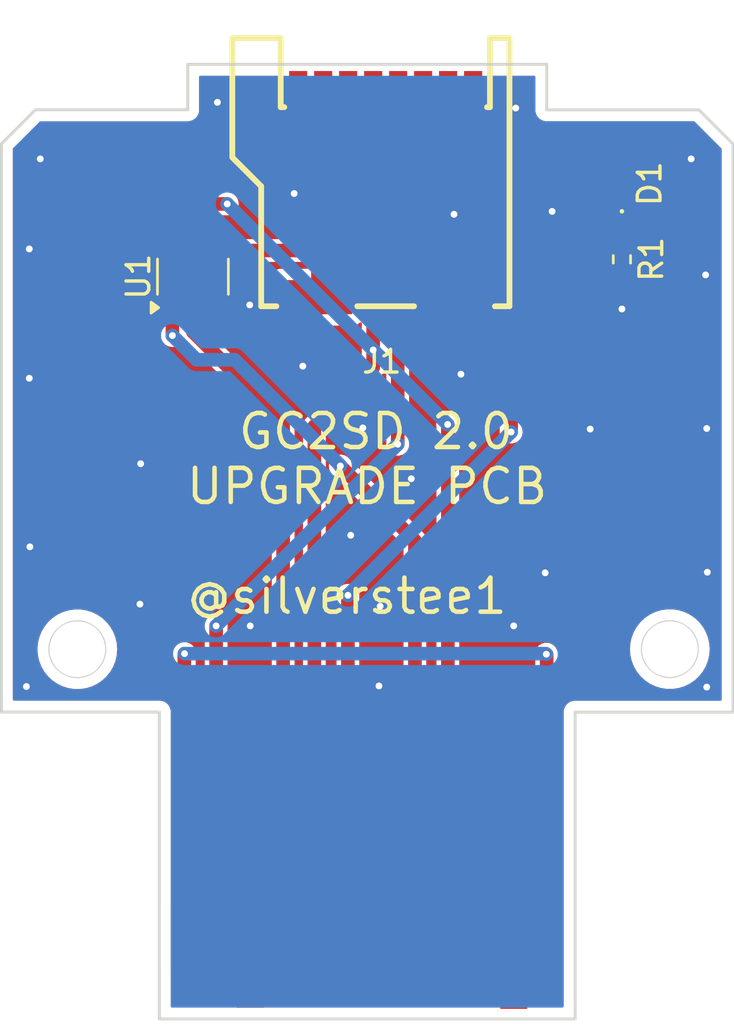
<source format=kicad_pcb>
(kicad_pcb (version 20240108) (generator "pcbnew") (generator_version "8.0")
  (layers (0 "F.Cu" signal) (31 "B.Cu" signal) (34 "B.Paste" user) (35 "F.Paste" user) (36 "B.SilkS" user "B.Silkscreen") (37 "F.SilkS" user "F.Silkscreen") (38 "B.Mask" user) (39 "F.Mask" user) (44 "Edge.Cuts" user))
  (net 0 "")
  (net 1 "/+3v3")
  (net 2 "/CLK")
  (net 3 "/DI")
  (net 4 "GND")
  (net 5 "Net-(D1-K)")
  (net 6 "/CS")
  (net 7 "/DO")
  (net 9 "Net-(J1-CMD)")
  (net 11 "Net-(J2-EXTIN)")
  (footprint "GC_MEMPADS:GC_MEMCARD" (layer "F.Cu") (at 133.994152 121.175916)
    (property "Reference" "J2" (hide yes))
    (property "Value" "~" (hide yes))
    (pad "1" smd rect (at 17.05 -7.58) (size 1.187403 3.771756) (layers "F.Cu" "F.Mask") (net 11 "Net-(J2-EXTIN)"))
    (pad "2" smd rect (at 15.6 -2.78) (size 1.187403 4.679771) (layers "F.Cu" "F.Mask") (net 4 "GND"))
    (pad "3" smd rect (at 14.1 -7.38) (size 1.187403 4.19084) (layers "F.Cu" "F.Mask"))
    (pad "4" smd rect (at 12.7 -3.03) (size 1.187403 4.19084) (layers "F.Cu" "F.Mask") (net 1 "/+3v3"))
    (pad "5" smd rect (at 11.25 -7.38) (size 1.187403 4.19084) (layers "F.Cu" "F.Mask") (net 7 "/DO"))
    (pad "6" smd rect (at 9.8 -3.03) (size 1.187403 4.19084) (layers "F.Cu" "F.Mask"))
    (pad "7" smd rect (at 8.3 -7.38) (size 1.187403 4.19084) (layers "F.Cu" "F.Mask") (net 3 "/DI"))
    (pad "8" smd rect (at 6.9 -3.03) (size 1.187403 4.19084) (layers "F.Cu" "F.Mask") (net 1 "/+3v3"))
    (pad "9" smd rect (at 5.45 -7.38) (size 1.187403 4.19084) (layers "F.Cu" "F.Mask") (net 6 "/CS"))
    (pad "10" smd rect (at 4 -2.83) (size 1.187403 4.679771) (layers "F.Cu" "F.Mask") (net 4 "GND"))
    (pad "11" smd rect (at 2.5 -7.38) (size 1.187403 4.19084) (layers "F.Cu" "F.Mask") (net 2 "/CLK"))
    (pad "12" smd rect (at 1.1 -3.58) (size 1.187403 3.143131) (layers "F.Cu" "F.Mask") (net 11 "Net-(J2-EXTIN)"))
  )
  (footprint "LED_SMD:LED_0402_1005Metric_Pad0.77x0.64mm_HandSolder" (layer "F.Cu") (at 154.3558 84.3788 90)
    (property "Reference" "D1" (at -0.0508 1.2192 90) (layer "F.SilkS"))
    (property "Value" "LED")
    (fp_circle (center -1.265 0) (end -1.215 0) (stroke (width 0.1)) (fill none) (layer "F.SilkS"))
    (pad "1" smd roundrect (at -0.5725 0 90) (size 0.765 0.64) (layers "F.Cu" "F.Paste" "F.Mask") (net 5 "Net-(D1-K)"))
    (pad "2" smd roundrect (at 0.5725 0 90) (size 0.765 0.64) (layers "F.Cu" "F.Paste" "F.Mask") (net 3 "/DI"))
  )
  (footprint "Resistor_SMD:R_0402_1005Metric_Pad0.72x0.64mm_HandSolder" (layer "F.Cu") (at 154.3558 87.757 -90)
    (property "Reference" "R1" (at 0 -1.2954 90) (layer "F.SilkS"))
    (property "Value" "470R")
    (fp_line (start -0.167621 0.38) (end 0.167621 0.38) (stroke (width 0.12)) (layer "F.SilkS"))
    (fp_line (start -0.167621 -0.38) (end 0.167621 -0.38) (stroke (width 0.12)) (layer "F.SilkS"))
    (pad "1" smd roundrect (at -0.5975 0 270) (size 0.715 0.64) (layers "F.Cu" "F.Paste" "F.Mask") (net 5 "Net-(D1-K)"))
    (pad "2" smd roundrect (at 0.5975 0 270) (size 0.715 0.64) (layers "F.Cu" "F.Paste" "F.Mask") (net 4 "GND"))
  )
  (footprint "Package_TO_SOT_SMD:SC-74A-5_1.55x2.9mm_P0.95mm" (layer "F.Cu") (at 135.4723 88.519 90)
    (property "Reference" "U1" (at 0 -2.4 90) (layer "F.SilkS"))
    (property "Value" "74AHC1G32")
    (fp_line (start 0 -1.56) (end 0.775 -1.56) (stroke (width 0.12)) (layer "F.SilkS"))
    (fp_line (start 0 -1.56) (end -0.775 -1.56) (stroke (width 0.12)) (layer "F.SilkS"))
    (fp_line (start 0 1.56) (end 0.775 1.56) (stroke (width 0.12)) (layer "F.SilkS"))
    (fp_line (start 0 1.56) (end -0.775 1.56) (stroke (width 0.12)) (layer "F.SilkS"))
    (fp_poly (pts (xy -1.3625 -1.51) (xy -1.6025 -1.84) (xy -1.1225 -1.84) (xy -1.3625 -1.51)) (stroke (width 0.12)) (fill solid) (layer "F.SilkS"))
    (pad "1" smd roundrect (at -1.15 -0.95 90) (size 1.6 0.6) (layers "F.Cu" "F.Paste" "F.Mask") (net 7 "/DO"))
    (pad "2" smd roundrect (at -1.15 0 90) (size 1.6 0.6) (layers "F.Cu" "F.Paste" "F.Mask") (net 6 "/CS"))
    (pad "3" smd roundrect (at -1.15 0.95 90) (size 1.6 0.6) (layers "F.Cu" "F.Paste" "F.Mask") (net 4 "GND"))
    (pad "4" smd roundrect (at 1.15 0.95 90) (size 1.6 0.6) (layers "F.Cu" "F.Paste" "F.Mask") (net 9 "Net-(J1-CMD)"))
    (pad "5" smd roundrect (at 1.15 -0.95 90) (size 1.6 0.6) (layers "F.Cu" "F.Paste" "F.Mask") (net 1 "/+3v3"))
  )
  (footprint "Footprint:TF-SMD_TF-004" (layer "F.Cu") (at 143.9564 84.8212 180)
    (property "Reference" "J1" (at 0.167 -7.4396 0) (layer "F.SilkS"))
    (property "Value" "TF-004")
    (fp_line (start 6.75 6.8) (end 6.75 1.6) (stroke (width 0.254)) (layer "F.SilkS"))
    (fp_line (start 6.75 6.8) (end 4.62 6.8) (stroke (width 0.254)) (layer "F.SilkS"))
    (fp_line (start 5.479 0.279) (end 6.75 1.55) (stroke (width 0.254)) (layer "F.SilkS"))
    (fp_line (start 5.479 -5) (end 5.479 0.279) (stroke (width 0.254)) (layer "F.SilkS"))
    (fp_line (start 4.811 -5) (end 5.479 -5) (stroke (width 0.254)) (layer "F.SilkS"))
    (fp_line (start 4.62 6.8) (end 4.62 3.76) (stroke (width 0.254)) (layer "F.SilkS"))
    (fp_line (start 4.62 3.76) (end 4.4625 3.76) (stroke (width 0.254)) (layer "F.SilkS"))
    (fp_line (start -1.249 -5) (end 1.249 -5) (stroke (width 0.254)) (layer "F.SilkS"))
    (fp_line (start -4.4625 3.76) (end -4.59 3.76) (stroke (width 0.254)) (layer "F.SilkS"))
    (fp_line (start -4.59 3.76) (end -4.59 6.79) (stroke (width 0.254)) (layer "F.SilkS"))
    (fp_line (start -5.45 6.8) (end -4.59 6.8) (stroke (width 0.254)) (layer "F.SilkS"))
    (fp_line (start -5.45 -5) (end -4.811 -5) (stroke (width 0.254)) (layer "F.SilkS"))
    (fp_line (start -5.45 -5) (end -5.45 6.8) (stroke (width 0.254)) (layer "F.SilkS"))
    (pad "1" smd rect (at 3.85 4.6 180) (size 0.8 1.5) (layers "F.Cu" "F.Paste" "F.Mask"))
    (pad "2" smd rect (at 2.75 4.6 180) (size 0.8 1.5) (layers "F.Cu" "F.Paste" "F.Mask") (net 4 "GND"))
    (pad "3" smd rect (at 1.65 4.6 180) (size 0.8 1.5) (layers "F.Cu" "F.Paste" "F.Mask") (net 9 "Net-(J1-CMD)"))
    (pad "4" smd rect (at 0.55 4.6 180) (size 0.8 1.5) (layers "F.Cu" "F.Paste" "F.Mask") (net 1 "/+3v3"))
    (pad "5" smd rect (at -0.55 4.6 180) (size 0.8 1.5) (layers "F.Cu" "F.Paste" "F.Mask") (net 2 "/CLK"))
    (pad "6" smd rect (at -1.65 4.6 180) (size 0.8 1.5) (layers "F.Cu" "F.Paste" "F.Mask") (net 4 "GND"))
    (pad "7" smd rect (at -2.75 4.6 180) (size 0.8 1.5) (layers "F.Cu" "F.Paste" "F.Mask") (net 3 "/DI"))
    (pad "8" smd rect (at -3.85 4.6 180) (size 0.8 1.5) (layers "F.Cu" "F.Paste" "F.Mask"))
    (pad "9" smd rect (at 3.03 -4.6 90) (size 1.5 3.1) (layers "F.Cu" "F.Paste" "F.Mask") (net 4 "GND"))
    (pad "10" smd rect (at -3.03 -4.6 90) (size 1.5 3.1) (layers "F.Cu" "F.Paste" "F.Mask") (net 4 "GND"))
  )
  (gr_line (start 133.994152 107.675916) (end 127.044152 107.675916) (stroke (width 0.127)) (layer "Edge.Cuts"))
  (gr_line (start 157.746 81.178954) (end 159.246 82.678954) (stroke (width 0.127)) (layer "Edge.Cuts"))
  (gr_line (start 135.244152 79.175916) (end 151.046 79.175916) (stroke (width 0.127)) (layer "Edge.Cuts"))
  (gr_line (start 157.746 81.178954) (end 151.046 81.178954) (stroke (width 0.127)) (layer "Edge.Cuts"))
  (gr_line (start 127.044152 107.675916) (end 127.044152 82.678954) (stroke (width 0.127)) (layer "Edge.Cuts"))
  (gr_line (start 151.046 81.178954) (end 151.046 79.178954) (stroke (width 0.127)) (layer "Edge.Cuts"))
  (gr_line (start 128.544152 81.175916) (end 135.244152 81.175916) (stroke (width 0.127)) (layer "Edge.Cuts"))
  (gr_line (start 133.994152 107.675916) (end 133.994152 121.175916) (stroke (width 0.127)) (layer "Edge.Cuts"))
  (gr_line (start 133.995931 121.179091) (end 152.295931 121.179091) (stroke (width 0.127)) (layer "Edge.Cuts"))
  (gr_line (start 152.296 121.178954) (end 152.296 107.678954) (stroke (width 0.127)) (layer "Edge.Cuts"))
  (gr_line (start 127.044152 82.675916) (end 128.544152 81.175916) (stroke (width 0.127)) (layer "Edge.Cuts"))
  (gr_line (start 135.244152 81.175916) (end 135.244152 79.175916) (stroke (width 0.127)) (layer "Edge.Cuts"))
  (gr_line (start 152.296 107.678954) (end 159.246 107.678954) (stroke (width 0.127)) (layer "Edge.Cuts"))
  (gr_circle (center 130.384351 104.912738) (end 131.634351 104.912738) (stroke (width 0.05)) (fill none) (layer "Edge.Cuts"))
  (gr_circle (center 156.464 104.907069) (end 157.714 104.907069) (stroke (width 0.05)) (fill none) (layer "Edge.Cuts"))
  (gr_line (start 159.246 107.678954) (end 159.246 82.678954) (stroke (width 0.127)) (layer "Edge.Cuts"))
  (gr_text "  GC2SD 2.0\nUPGRADE PCB\n\n@silverstee1" (at 135.0772 103.4542 0) (layer "F.SilkS") (effects (font (size 1.5 1.5) (thickness 0.2)) (justify left bottom)))
  (segment (start 146.694152 95.030552) (end 146.685 95.0214) (width 0.2) (layer "F.Cu") (net 1))
  (segment (start 140.8176 95.0976) (end 143.4068 92.5084) (width 0.6) (layer "F.Cu") (net 1))
  (segment (start 146.694152 118.145916) (end 146.694152 95.030552) (width 0.6) (layer "F.Cu") (net 1))
  (segment (start 143.4068 91.7448) (end 143.4068 80.2216) (width 0.6) (layer "F.Cu") (net 1))
  (segment (start 143.4064 80.2212) (end 143.4064 80.7212) (width 0.6) (layer "F.Cu") (net 1))
  (segment (start 134.5223 85.8735) (end 134.5223 87.369) (width 0.6) (layer "F.Cu") (net 1))
  (segment (start 143.4068 92.5084) (end 143.4068 91.7448) (width 0.6) (layer "F.Cu") (net 1))
  (segment (start 140.8176 118.069364) (end 140.8176 95.0976) (width 0.6) (layer "F.Cu") (net 1))
  (segment (start 135.0772 85.3186) (end 134.5223 85.8735) (width 0.6) (layer "F.Cu") (net 1))
  (segment (start 140.894152 118.145916) (end 140.8176 118.069364) (width 0.6) (layer "F.Cu") (net 1))
  (segment (start 136.9822 85.3186) (end 135.0772 85.3186) (width 0.6) (layer "F.Cu") (net 1))
  (segment (start 143.4068 80.2216) (end 143.4064 80.2212) (width 0.6) (layer "F.Cu") (net 1))
  (via (at 136.9822 85.3186) (size 0.6) (drill 0.3) (layers "F.Cu" "B.Cu") (net 1))
  (via (at 143.4068 91.7448) (size 0.6) (drill 0.3) (layers "F.Cu" "B.Cu") (net 1))
  (via (at 146.685 95.0214) (size 0.6) (drill 0.3) (layers "F.Cu" "B.Cu") (net 1))
  (segment (start 136.9822 85.3186) (end 136.9822 85.2932) (width 0.2) (layer "B.Cu") (net 1))
  (segment (start 143.4084 91.7448) (end 143.4068 91.7448) (width 0.2) (layer "B.Cu") (net 1))
  (segment (start 143.4084 91.7448) (end 136.9822 85.3186) (width 0.6) (layer "B.Cu") (net 1))
  (segment (start 146.685 95.0214) (end 143.4084 91.7448) (width 0.6) (layer "B.Cu") (net 1))
  (segment (start 144.5064 80.2212) (end 144.5068 80.2216) (width 0.6) (layer "F.Cu") (net 2))
  (segment (start 144.4879 80.2397) (end 144.5064 80.2212) (width 0.6) (layer "F.Cu") (net 2))
  (segment (start 144.4879 95.892252) (end 144.4879 80.2397) (width 0.6) (layer "F.Cu") (net 2))
  (segment (start 136.494152 113.795916) (end 136.494152 103.886) (width 0.6) (layer "F.Cu") (net 2))
  (segment (start 144.5068 80.2216) (end 144.5068 80.7197) (width 0.6) (layer "F.Cu") (net 2))
  (via (at 144.4879 95.892252) (size 0.6) (drill 0.3) (layers "F.Cu" "B.Cu") (net 2))
  (via (at 136.494152 103.886) (size 0.6) (drill 0.3) (layers "F.Cu" "B.Cu") (net 2))
  (segment (start 144.4879 95.892252) (end 136.494152 103.886) (width 0.6) (layer "B.Cu") (net 2))
  (segment (start 147.4216 83.1596) (end 146.7064 82.4444) (width 0.6) (layer "F.Cu") (net 3))
  (segment (start 149.5298 83.8962) (end 149.479 83.8454) (width 0.6) (layer "F.Cu") (net 3))
  (segment (start 154.2659 83.8962) (end 154.3558 83.8063) (width 0.6) (layer "F.Cu") (net 3))
  (segment (start 154.2659 83.8962) (end 149.5298 83.8962) (width 0.6) (layer "F.Cu") (net 3))
  (segment (start 149.479 95.354952) (end 149.479 83.8454) (width 0.6) (layer "F.Cu") (net 3))
  (segment (start 146.7064 82.4444) (end 146.7064 80.2212) (width 0.6) (layer "F.Cu") (net 3))
  (segment (start 142.294152 113.795916) (end 142.294152 102.5398) (width 0.6) (layer "F.Cu") (net 3))
  (segment (start 148.7932 83.1596) (end 147.4216 83.1596) (width 0.6) (layer "F.Cu") (net 3))
  (segment (start 149.479 83.8454) (end 148.7932 83.1596) (width 0.6) (layer "F.Cu") (net 3))
  (via (at 142.294152 102.5398) (size 0.6) (drill 0.3) (layers "F.Cu" "B.Cu") (net 3))
  (via (at 149.479 95.354952) (size 0.6) (drill 0.3) (layers "F.Cu" "B.Cu") (net 3))
  (segment (start 149.479 95.354952) (end 142.294152 102.5398) (width 0.6) (layer "B.Cu") (net 3))
  (segment (start 149.594152 118.395916) (end 149.594152 103.886) (width 0.6) (layer "F.Cu") (net 4))
  (segment (start 149.594152 103.886) (end 149.592867 103.884715) (width 0.6) (layer "F.Cu") (net 4))
  (segment (start 137.994152 118.345916) (end 137.994152 103.886) (width 0.6) (layer "F.Cu") (net 4))
  (via (at 157.4038 83.3374) (size 0.6) (drill 0.3) (layers "F.Cu" "B.Cu") (net 4))
  (via (at 137.9728 89.7636) (size 0.6) (drill 0.3) (layers "F.Cu" "B.Cu") (net 4))
  (via (at 147.2692 92.8116) (size 0.6) (drill 0.3) (layers "F.Cu" "B.Cu") (net 4))
  (via (at 158.0388 88.4428) (size 0.6) (drill 0.3) (layers "F.Cu" "B.Cu") (net 4))
  (via (at 133.1722 96.7486) (size 0.6) (drill 0.3) (layers "F.Cu" "B.Cu") (net 4))
  (via (at 158.0896 95.1992) (size 0.6) (drill 0.3) (layers "F.Cu" "B.Cu") (net 4))
  (via (at 154.3558 89.9414) (size 0.6) (drill 0.3) (layers "F.Cu" "B.Cu") (net 4))
  (via (at 150.9776 101.5492) (size 0.6) (drill 0.3) (layers "F.Cu" "B.Cu") (net 4))
  (via (at 137.994152 103.886) (size 0.6) (drill 0.3) (layers "F.Cu" "B.Cu") (net 4))
  (via (at 143.7132 103.0224) (size 0.6) (drill 0.3) (layers "F.Cu" "B.Cu") (net 4))
  (via (at 128.143 106.553) (size 0.6) (drill 0.3) (layers "F.Cu" "B.Cu") (net 4))
  (via (at 152.9588 95.2246) (size 0.6) (drill 0.3) (layers "F.Cu" "B.Cu") (net 4))
  (via (at 128.2954 100.4062) (size 0.6) (drill 0.3) (layers "F.Cu" "B.Cu") (net 4))
  (via (at 128.7526 83.3374) (size 0.6) (drill 0.3) (layers "F.Cu" "B.Cu") (net 4))
  (via (at 158.115 101.5238) (size 0.6) (drill 0.3) (layers "F.Cu" "B.Cu") (net 4))
  (via (at 142.9512 95.1738) (size 0.6) (drill 0.3) (layers "F.Cu" "B.Cu") (net 4))
  (via (at 143.6624 106.5276) (size 0.6) (drill 0.3) (layers "F.Cu" "B.Cu") (net 4))
  (via (at 151.2824 85.6488) (size 0.6) (drill 0.3) (layers "F.Cu" "B.Cu") (net 4))
  (via (at 142.4178 99.8982) (size 0.6) (drill 0.3) (layers "F.Cu" "B.Cu") (net 4))
  (via (at 146.9644 85.7758) (size 0.6) (drill 0.3) (layers "F.Cu" "B.Cu") (net 4))
  (via (at 158.0896 106.5784) (size 0.6) (drill 0.3) (layers "F.Cu" "B.Cu") (net 4))
  (via (at 128.27 87.2998) (size 0.6) (drill 0.3) (layers "F.Cu" "B.Cu") (net 4))
  (via (at 145.0848 97.409) (size 0.6) (drill 0.3) (layers "F.Cu" "B.Cu") (net 4))
  (via (at 133.139876 102.928161) (size 0.6) (drill 0.3) (layers "F.Cu" "B.Cu") (net 4))
  (via (at 149.6822 81.1022) (size 0.6) (drill 0.3) (layers "F.Cu" "B.Cu") (net 4))
  (via (at 128.27 92.9894) (size 0.6) (drill 0.3) (layers "F.Cu" "B.Cu") (net 4))
  (via (at 136.5504 80.8482) (size 0.6) (drill 0.3) (layers "F.Cu" "B.Cu") (net 4))
  (via (at 139.9286 84.8614) (size 0.6) (drill 0.3) (layers "F.Cu" "B.Cu") (net 4))
  (via (at 140.3096 92.456) (size 0.6) (drill 0.3) (layers "F.Cu" "B.Cu") (net 4))
  (via (at 149.592867 103.884715) (size 0.6) (drill 0.3) (layers "F.Cu" "B.Cu") (net 4))
  (segment (start 154.3558 84.9513) (end 154.3558 87.1595) (width 0.6) (layer "F.Cu") (net 5))
  (segment (start 135.4723 90.9461) (end 139.444152 94.917952) (width 0.6) (layer "F.Cu") (net 6))
  (segment (start 135.4723 89.669) (end 135.4723 90.9461) (width 0.6) (layer "F.Cu") (net 6))
  (segment (start 139.444152 94.917952) (end 139.444152 113.795916) (width 0.6) (layer "F.Cu") (net 6))
  (segment (start 134.5692 89.7159) (end 134.5223 89.669) (width 0.2) (layer "F.Cu") (net 7))
  (segment (start 145.244152 100.133752) (end 145.244152 113.795916) (width 0.6) (layer "F.Cu") (net 7))
  (segment (start 141.9606 96.8502) (end 145.244152 100.133752) (width 0.6) (layer "F.Cu") (net 7))
  (segment (start 134.5692 91.1098) (end 134.5692 89.7159) (width 0.6) (layer "F.Cu") (net 7))
  (via (at 141.9606 96.8502) (size 0.6) (drill 0.3) (layers "F.Cu" "B.Cu") (net 7))
  (via (at 134.5692 91.1098) (size 0.6) (drill 0.3) (layers "F.Cu" "B.Cu") (net 7))
  (segment (start 141.9606 96.8502) (end 141.9606 96.8248) (width 0.6) (layer "B.Cu") (net 7))
  (segment (start 141.9606 96.8248) (end 137.3124 92.1766) (width 0.6) (layer "B.Cu") (net 7))
  (segment (start 135.636 92.1766) (end 134.5692 91.1098) (width 0.6) (layer "B.Cu") (net 7))
  (segment (start 137.3124 92.1766) (end 135.636 92.1766) (width 0.6) (layer "B.Cu") (net 7))
  (segment (start 142.3068 80.2216) (end 142.3064 80.2212) (width 0.6) (layer "F.Cu") (net 9))
  (segment (start 141.1802 87.369) (end 142.3068 86.2424) (width 0.6) (layer "F.Cu") (net 9))
  (segment (start 136.4223 87.369) (end 141.1802 87.369) (width 0.6) (layer "F.Cu") (net 9))
  (segment (start 142.3064 80.2212) (end 142.3064 80.7212) (width 0.6) (layer "F.Cu") (net 9))
  (segment (start 142.3068 86.2424) (end 142.3068 80.2216) (width 0.6) (layer "F.Cu") (net 9))
  (segment (start 151.044152 105.146352) (end 151.044152 113.595916) (width 0.6) (layer "F.Cu") (net 11))
  (segment (start 151.0284 105.1306) (end 151.044152 105.146352) (width 0.2) (layer "F.Cu") (net 11))
  (segment (start 135.094152 117.595916) (end 135.094152 105.113648) (width 0.6) (layer "F.Cu") (net 11))
  (segment (start 135.094152 105.113648) (end 135.1026 105.1052) (width 0.2) (layer "F.Cu") (net 11))
  (via (at 135.1026 105.1052) (size 0.6) (drill 0.3) (layers "F.Cu" "B.Cu") (net 11))
  (via (at 151.0284 105.1306) (size 0.6) (drill 0.3) (layers "F.Cu" "B.Cu") (net 11))
  (segment (start 135.1026 105.1052) (end 151.003 105.1052) (width 0.6) (layer "B.Cu") (net 11))
  (segment (start 151.003 105.1052) (end 151.0284 105.1306) (width 0.2) (layer "B.Cu") (net 11))
  (zone (net 0) (net_name "") (layer "F.Cu") (connect_pads (clearance 0)) (min_thickness 0.1)
    (keepout (tracks allowed) (vias allowed) (pads allowed) (copperpour not_allowed) (footprints allowed))
    (fill (thermal_gap 0.5) (thermal_bridge_width 0.5))
    (polygon (pts (xy 133.9596 107.6706) (xy 152.3238 107.6706) (xy 152.3238 121.1326) (xy 152.273 121.1834) (xy 134.001636 121.1834) (xy 133.9596 121.141364)))
  )
  (zone (net 4) (net_name "GND") (layers "F&B.Cu") (connect_pads (clearance 0)) (min_thickness 0.1) (fill yes (thermal_gap 0.5) (thermal_bridge_width 0.5))
    (polygon (pts (xy 127.0762 81.6864) (xy 135.255 81.6864) (xy 135.2804 81.661) (xy 135.2804 79.6798) (xy 151.0538 79.6798) (xy 151.0538 81.661) (xy 159.258 81.661) (xy 159.258 107.6198) (xy 159.2072 107.6706) (xy 152.3238 107.6706) (xy 152.273 107.7214) (xy 152.273 121.1834) (xy 134.001636 121.1834) (xy 133.9596 121.141364) (xy 133.9596 107.6706) (xy 133.9342 107.6452) (xy 127.0508 107.6452) (xy 127.0508 81.7118)))
  )
)
</source>
